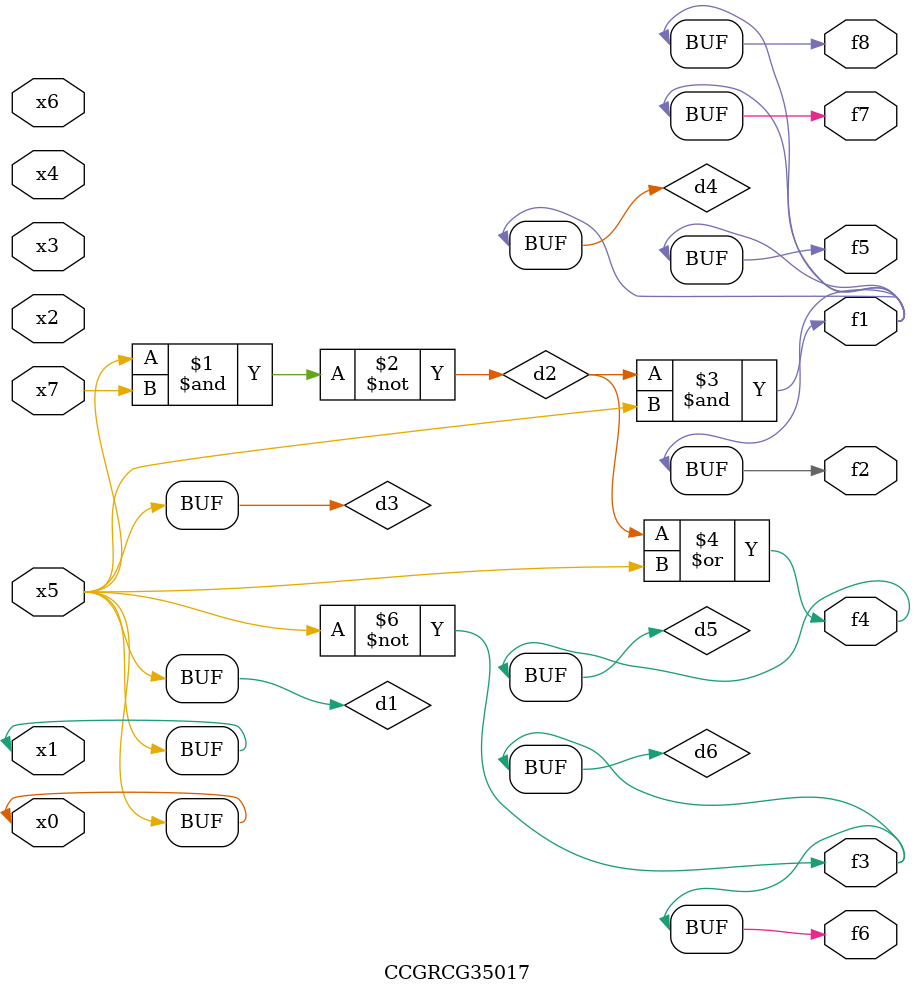
<source format=v>
module CCGRCG35017(
	input x0, x1, x2, x3, x4, x5, x6, x7,
	output f1, f2, f3, f4, f5, f6, f7, f8
);

	wire d1, d2, d3, d4, d5, d6;

	buf (d1, x0, x5);
	nand (d2, x5, x7);
	buf (d3, x0, x1);
	and (d4, d2, d3);
	or (d5, d2, d3);
	nor (d6, d1, d3);
	assign f1 = d4;
	assign f2 = d4;
	assign f3 = d6;
	assign f4 = d5;
	assign f5 = d4;
	assign f6 = d6;
	assign f7 = d4;
	assign f8 = d4;
endmodule

</source>
